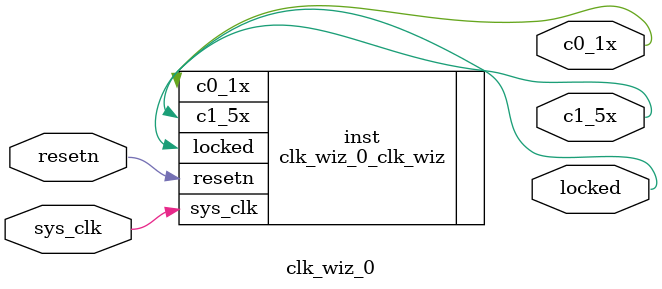
<source format=v>


`timescale 1ps/1ps

(* CORE_GENERATION_INFO = "clk_wiz_0,clk_wiz_v6_0_16_0_0,{component_name=clk_wiz_0,use_phase_alignment=true,use_min_o_jitter=false,use_max_i_jitter=false,use_dyn_phase_shift=false,use_inclk_switchover=false,use_dyn_reconfig=false,enable_axi=0,feedback_source=FDBK_AUTO,PRIMITIVE=PLL,num_out_clk=2,clkin1_period=18.182,clkin2_period=10.0,use_power_down=false,use_reset=true,use_locked=true,use_inclk_stopped=false,feedback_type=SINGLE,CLOCK_MGR_TYPE=NA,manual_override=false}" *)

module clk_wiz_0 
 (
  // Clock out ports
  output        c0_1x,
  output        c1_5x,
  // Status and control signals
  input         resetn,
  output        locked,
 // Clock in ports
  input         sys_clk
 );

  clk_wiz_0_clk_wiz inst
  (
  // Clock out ports  
  .c0_1x(c0_1x),
  .c1_5x(c1_5x),
  // Status and control signals               
  .resetn(resetn), 
  .locked(locked),
 // Clock in ports
  .sys_clk(sys_clk)
  );

endmodule

</source>
